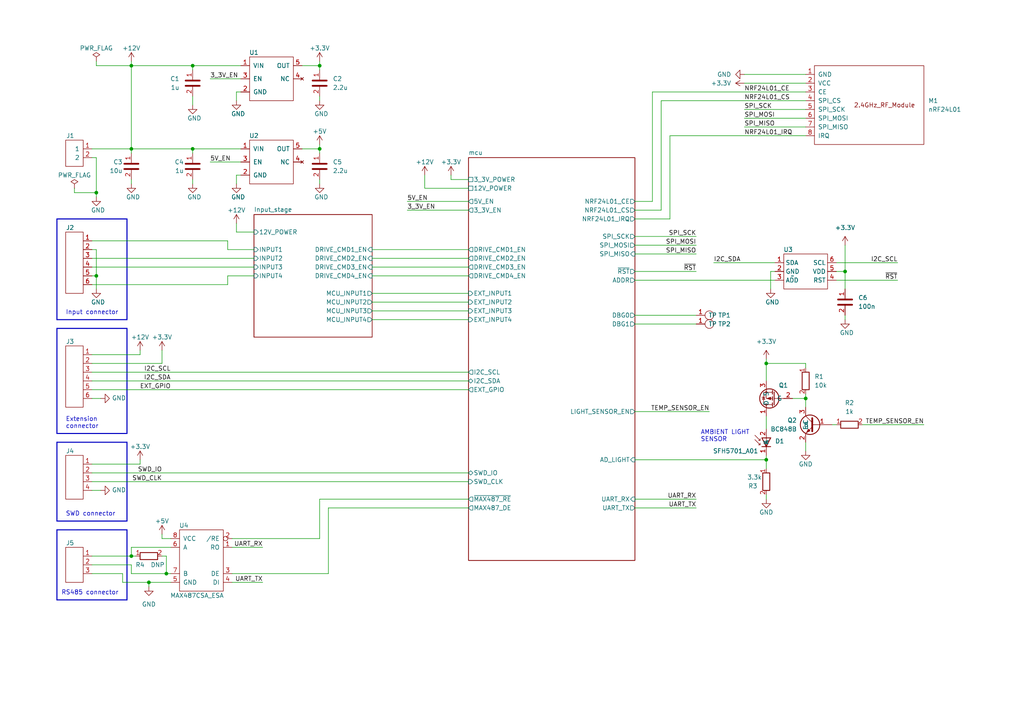
<source format=kicad_sch>
(kicad_sch (version 20230121) (generator eeschema)
  (paper "A4")
  (title_block (title "Home automation module") (date "2024-03-24") (rev "1.0") (company "stf.labs"))
  (lib_symbols
    (symbol "p_Driver_IC:MAX487CSA_ESA" (pin_names (offset 1.016))
      (property "Reference" "U" (at -5.08 10.16 0))
      (property "Value" "MAX487CSA_ESA" (at 0 -10.16 0))
      (symbol "MAX487CSA_ESA_0_1"
        (rectangle (start -6.35 8.89) (end 6.35 -8.89))
      )
      (symbol "MAX487CSA_ESA_1_1"
        (pin output line (at -8.89 3.81 0) (length 2.54) (name "RO") (number "1"))
        (pin input inverted (at -8.89 6.35 0) (length 2.54) (name "/RE") (number "2"))
        (pin input line (at -8.89 -3.81 0) (length 2.54) (name "DE") (number "3"))
        (pin input line (at -8.89 -6.35 0) (length 2.54) (name "DI") (number "4"))
        (pin passive line (at 8.89 -6.35 180) (length 2.54) (name "GND") (number "5"))
        (pin bidirectional line (at 8.89 3.81 180) (length 2.54) (name "A") (number "6"))
        (pin bidirectional line (at 8.89 -3.81 180) (length 2.54) (name "B") (number "7"))
        (pin power_in line (at 8.89 6.35 180) (length 2.54) (name "VCC") (number "8"))
      )
    )
    (symbol "p_Misc:Conn_HE13_1x2_2.54V" (pin_names (offset 1.016))
      (property "Reference" "J" (at 2.54 5.08 0))
      (property "Value" "Conn_HE13_1x2_2.54V" (at 2.54 -6.35 0))
      (symbol "Conn_HE13_1x2_2.54V_1_1"
        (rectangle (start 0 3.81) (end 5.08 -3.81))
        (pin passive line (at -2.54 1.27 0) (length 2.54) (name "1") (number "1"))
        (pin passive line (at -2.54 -1.27 0) (length 2.54) (name "2") (number "2"))
      )
    )
    (symbol "p_Misc:Conn_HE13_1x3_2.54V" (pin_names (offset 1.016) hide)
      (property "Reference" "J" (at 2.54 6.35 0))
      (property "Value" "Conn_HE13_1x3_2.54V" (at 2.54 -7.62 0))
      (symbol "Conn_HE13_1x3_2.54V_0_1"
        (rectangle (start 0 5.08) (end 5.08 -5.08))
      )
      (symbol "Conn_HE13_1x3_2.54V_1_1"
        (pin passive line (at -2.54 2.54 0) (length 2.54) (name "1") (number "1"))
        (pin passive line (at -2.54 0 0) (length 2.54) (name "2") (number "2"))
        (pin passive line (at -2.54 -2.54 0) (length 2.54) (name "3") (number "3"))
      )
    )
    (symbol "p_Misc:Conn_HE13_1x4_2.54H" (pin_names (offset 1.016) hide)
      (property "Reference" "J" (at 2.54 7.62 0))
      (property "Value" "Conn_HE13_1x4_2.54H" (at 1.27 -8.89 0))
      (symbol "Conn_HE13_1x4_2.54H_0_1"
        (rectangle (start 0 6.35) (end 5.08 -6.35))
      )
      (symbol "Conn_HE13_1x4_2.54H_1_1"
        (pin passive line (at -2.54 3.81 0) (length 2.54) (name "1") (number "1"))
        (pin passive line (at -2.54 1.27 0) (length 2.54) (name "2") (number "2"))
        (pin passive line (at -2.54 -1.27 0) (length 2.54) (name "3") (number "3"))
        (pin passive line (at -2.54 -3.81 0) (length 2.54) (name "4") (number "4"))
      )
    )
    (symbol "p_Misc:Conn_HE13_1x6_2.54H" (pin_names (offset 1.016) hide)
      (property "Reference" "J" (at 5.08 3.81 0))
      (property "Value" "Conn_HE13_1x6_2.54H" (at 6.35 -17.78 0))
      (symbol "Conn_HE13_1x6_2.54H_0_1"
        (rectangle (start 2.54 2.54) (end 7.62 -15.24))
      )
      (symbol "Conn_HE13_1x6_2.54H_1_1"
        (pin passive line (at 0 0 0) (length 2.54) (name "1") (number "1"))
        (pin passive line (at 0 -2.54 0) (length 2.54) (name "2") (number "2"))
        (pin passive line (at 0 -5.08 0) (length 2.54) (name "3") (number "3"))
        (pin passive line (at 0 -7.62 0) (length 2.54) (name "4") (number "4"))
        (pin passive line (at 0 -10.16 0) (length 2.54) (name "5") (number "5"))
        (pin passive line (at 0 -12.7 0) (length 2.54) (name "6") (number "6"))
      )
    )
    (symbol "p_Misc:test_point_th" (pin_names (offset 1.016))
      (property "Reference" "TP" (at -1.27 2.54 0))
      (property "Value" "test_point_th" (at -1.27 -2.54 0))
      (symbol "test_point_th_0_1"
        (circle (center -1.27 0) (radius 1.27))
      )
      (symbol "test_point_th_1_1"
        (pin passive line (at 2.54 0 180) (length 2.54) (name "TP") (number "1"))
      )
    )
    (symbol "p_Modules:nRF24L01" (pin_names (offset 1.016))
      (property "Reference" "M" (at 3.81 3.81 0))
      (property "Value" "nRF24L01" (at 29.21 3.81 0))
      (symbol "nRF24L01_0_0"
        (text "2.4GHz_RF_Module" (at 22.86 -8.89 0) (effects (font (size 1.27 1.27))))
      )
      (symbol "nRF24L01_0_1"
        (rectangle (start 2.54 2.54) (end 34.29 -20.32))
      )
      (symbol "nRF24L01_1_1"
        (pin passive line (at 0 0 0) (length 2.54) (name "GND") (number "1"))
        (pin power_in line (at 0 -2.54 0) (length 2.54) (name "VCC") (number "2"))
        (pin input line (at 0 -5.08 0) (length 2.54) (name "CE") (number "3"))
        (pin input line (at 0 -7.62 0) (length 2.54) (name "SPI_CS") (number "4"))
        (pin input line (at 0 -10.16 0) (length 2.54) (name "SPI_SCK") (number "5"))
        (pin input line (at 0 -12.7 0) (length 2.54) (name "SPI_MOSI") (number "6"))
        (pin output line (at 0 -15.24 0) (length 2.54) (name "SPI_MISO") (number "7"))
        (pin output line (at 0 -17.78 0) (length 2.54) (name "IRQ") (number "8"))
      )
    )
    (symbol "p_Passive:C_0603" (pin_names (offset 0) hide)
      (property "Reference" "C" (at 0 0 0))
      (property "Value" "C_0603" (at 0 0 0))
      (symbol "C_0603_1_1"
        (polyline (pts (xy -2.032 -0.762) (xy 2.032 -0.762)) (stroke (width 0.508)))
        (polyline (pts (xy -2.032 0.762) (xy 2.032 0.762)) (stroke (width 0.508)))
        (pin passive line (at 0 3.81 270) (length 2.794) (name "~") (number "1"))
        (pin passive line (at 0 -3.81 90) (length 2.794) (name "~") (number "2"))
      )
    )
    (symbol "p_Passive:C_1206" (pin_names (offset 0) hide)
      (property "Reference" "C" (at 0 0 0))
      (property "Value" "C_1206" (at 0 0 0))
      (symbol "C_1206_1_1"
        (polyline (pts (xy -2.032 -0.762) (xy 2.032 -0.762)) (stroke (width 0.508)))
        (polyline (pts (xy -2.032 0.762) (xy 2.032 0.762)) (stroke (width 0.508)))
        (pin passive line (at 0 3.81 270) (length 2.794) (name "~") (number "1"))
        (pin passive line (at 0 -3.81 90) (length 2.794) (name "~") (number "2"))
      )
    )
    (symbol "p_Passive:R_0603" (pin_names (offset 0) hide)
      (property "Reference" "R" (at 0 0 0))
      (property "Value" "R_0603" (at 0 0 0))
      (symbol "R_0603_1_1"
        (rectangle (start -1.016 -2.54) (end 1.016 2.54) (stroke (width 0.254)))
        (pin passive line (at 0 3.81 270) (length 1.27) (name "~") (number "1"))
        (pin passive line (at 0 -3.81 90) (length 1.27) (name "~") (number "2"))
      )
    )
    (symbol "p_Power_Supply:TPS709xx" (pin_names (offset 1.016))
      (property "Reference" "U" (at -6.35 7.62 0))
      (property "Value" "TPS709xx" (at 2.54 7.62 0))
      (symbol "TPS709xx_0_1"
        (rectangle (start -6.35 6.35) (end 6.35 -6.35))
      )
      (symbol "TPS709xx_1_1"
        (pin power_in line (at -8.89 3.81 0) (length 2.54) (name "VIN") (number "1"))
        (pin passive line (at -8.89 -3.81 0) (length 2.54) (name "GND") (number "2"))
        (pin input line (at -8.89 0 0) (length 2.54) (name "EN") (number "3"))
        (pin no_connect line (at 8.89 0 180) (length 2.54) (name "NC") (number "4"))
        (pin power_out line (at 8.89 3.81 180) (length 2.54) (name "OUT") (number "5"))
      )
    )
    (symbol "p_Sensor:HTU31D"
      (property "Reference" "U" (at -5.08 7.62 0))
      (symbol "HTU31D_0_1"
        (rectangle (start -6.35 6.35) (end 6.35 -3.81))
      )
      (symbol "HTU31D_1_1"
        (pin bidirectional line (at -8.89 3.81 0) (length 2.54) (name "SDA") (number "1"))
        (pin passive line (at -8.89 1.27 0) (length 2.54) (name "GND") (number "2"))
        (pin input line (at -8.89 -1.27 0) (length 2.54) (name "ADD") (number "3"))
        (pin input line (at 8.89 -1.27 180) (length 2.54) (name "RST") (number "4"))
        (pin power_in line (at 8.89 1.27 180) (length 2.54) (name "VDD") (number "5"))
        (pin input line (at 8.89 3.81 180) (length 2.54) (name "SCL") (number "6"))
      )
    )
    (symbol "p_Sensor:SFH5701_A01"
      (property "Reference" "D" (at -2.54 3.81 0))
      (symbol "SFH5701_A01_0_1"
        (polyline (pts (xy -1.27 1.27) (xy -1.27 -1.27)) (stroke (width 0.254)))
        (polyline (pts (xy -0.762 1.778) (xy -0.254 1.778)))
        (polyline (pts (xy 1.27 0) (xy -1.27 0)))
        (polyline (pts (xy 0.762 3.302) (xy -0.762 1.778) (xy -0.762 2.286)))
        (polyline (pts (xy 1.27 -1.27) (xy 1.27 1.27) (xy -1.27 0) (xy 1.27 -1.27)) (stroke (width 0.254)))
        (polyline (pts (xy 2.032 3.302) (xy 0.508 1.778) (xy 0.508 2.286) (xy 0.508 1.778) (xy 1.016 1.778)))
      )
      (symbol "SFH5701_A01_1_1"
        (pin passive line (at -3.81 0 0) (length 2.54) (name "K") (number "1"))
        (pin passive line (at 3.81 0 180) (length 2.54) (name "A") (number "2"))
      )
    )
    (symbol "p_Transistor_FET:BSS315PH6327XTSA1"
      (property "Reference" "Q" (at 3.81 3.81 0))
      (property "Value" "BSS315PH6327XTSA1" (at 11.43 -3.81 0))
      (property "Sim.Name" "BSS314PE" (at 0 0 0))
      (property "Sim.Device" "SUBCKT" (at 0 0 0))
      (property "Sim.Pins" "1=drain 2=gate 3=source" (at 0 0 0))
      (symbol "BSS315PH6327XTSA1_0_1"
        (circle (center -0.889 0) (radius 2.794) (stroke (width 0.254)))
        (circle (center 0 -1.778) (radius 0.254) (fill (type outline)))
        (polyline (pts (xy -2.286 0) (xy -5.08 0)))
        (polyline (pts (xy -2.286 1.905) (xy -2.286 -1.905)) (stroke (width 0.254)))
        (polyline (pts (xy -1.778 -1.27) (xy -1.778 -2.286)) (stroke (width 0.254)))
        (polyline (pts (xy -1.778 0.508) (xy -1.778 -0.508)) (stroke (width 0.254)))
        (polyline (pts (xy -1.778 2.286) (xy -1.778 1.27)) (stroke (width 0.254)))
        (polyline (pts (xy 0 2.54) (xy 0 1.778)))
        (polyline (pts (xy 0 -2.54) (xy 0 0) (xy -1.778 0)))
        (polyline (pts (xy -1.778 1.778) (xy 0.762 1.778) (xy 0.762 -1.778) (xy -1.778 -1.778)))
        (polyline (pts (xy -0.254 0) (xy -1.27 0.381) (xy -1.27 -0.381) (xy -0.254 0)) (fill (type outline)))
        (polyline (pts (xy 0.254 -0.508) (xy 0.381 -0.381) (xy 1.143 -0.381) (xy 1.27 -0.254)))
        (polyline (pts (xy 0.762 -0.381) (xy 0.381 0.254) (xy 1.143 0.254) (xy 0.762 -0.381)))
        (circle (center 0 1.778) (radius 0.254) (fill (type outline)))
      )
      (symbol "BSS315PH6327XTSA1_1_1"
        (pin passive line (at 0 5.08 270) (length 2.54) (name "D") (number "1"))
        (pin input line (at -7.62 0 0) (length 2.54) (name "G") (number "2"))
        (pin passive line (at 0 -5.08 90) (length 2.54) (name "S") (number "3"))
      )
    )
    (symbol "p_Transistor_bipolar:BC848B" (pin_names (offset 1.016))
      (property "Reference" "Q" (at 0 -7.62 0))
      (property "Value" "BC848B" (at -5.08 -6.35 0))
      (symbol "BC848B_1_1"
        (circle (center -1.27 0) (radius 2.8194) (stroke (width 0.254)))
        (polyline (pts (xy -1.905 0.635) (xy 0 2.54)))
        (polyline (pts (xy -1.905 -0.635) (xy 0 -2.54) (xy 0 -2.54)))
        (polyline (pts (xy -1.905 1.905) (xy -1.905 -1.905) (xy -1.905 -1.905)) (stroke (width 0.508)))
        (polyline (pts (xy -1.27 -1.778) (xy -0.762 -1.27) (xy -0.254 -2.286) (xy -1.27 -1.778) (xy -1.27 -1.778)) (fill (type outline)))
        (pin passive line (at -7.62 0 0) (length 5.715) (name "B") (number "1"))
        (pin passive line (at 0 -5.08 90) (length 2.54) (name "E") (number "2"))
        (pin passive line (at 0 5.08 270) (length 2.54) (name "C") (number "3"))
      )
    )
    (symbol "power:+12V" (power) (pin_names (offset 0))
      (property "Value" "+12V" (at 0 3.556 0))
      (symbol "+12V_0_1"
        (polyline (pts (xy -0.762 1.27) (xy 0 2.54)))
        (polyline (pts (xy 0 0) (xy 0 2.54)))
        (polyline (pts (xy 0 2.54) (xy 0.762 1.27)))
      )
      (symbol "+12V_1_1"
        (pin power_in line (at 0 0 90) (length 0) hide (name "+12V") (number "1"))
      )
    )
    (symbol "power:+3.3V" (power) (pin_names (offset 0))
      (property "Value" "+3.3V" (at 0 3.556 0))
      (symbol "+3.3V_0_1"
        (polyline (pts (xy -0.762 1.27) (xy 0 2.54)))
        (polyline (pts (xy 0 0) (xy 0 2.54)))
        (polyline (pts (xy 0 2.54) (xy 0.762 1.27)))
      )
      (symbol "+3.3V_1_1"
        (pin power_in line (at 0 0 90) (length 0) hide (name "+3.3V") (number "1"))
      )
    )
    (symbol "power:+5V" (power) (pin_names (offset 0))
      (property "Value" "+5V" (at 0 3.556 0))
      (symbol "+5V_0_1"
        (polyline (pts (xy -0.762 1.27) (xy 0 2.54)))
        (polyline (pts (xy 0 0) (xy 0 2.54)))
        (polyline (pts (xy 0 2.54) (xy 0.762 1.27)))
      )
      (symbol "+5V_1_1"
        (pin power_in line (at 0 0 90) (length 0) hide (name "+5V") (number "1"))
      )
    )
    (symbol "power:GND" (power) (pin_names (offset 0))
      (property "Value" "GND" (at 0 -3.81 0))
      (symbol "GND_0_1"
        (polyline (pts (xy 0 0) (xy 0 -1.27) (xy 1.27 -1.27) (xy 0 -2.54) (xy -1.27 -1.27) (xy 0 -1.27)))
      )
      (symbol "GND_1_1"
        (pin power_in line (at 0 0 270) (length 0) hide (name "GND") (number "1"))
      )
    )
    (symbol "power:PWR_FLAG" (power) (pin_numbers hide) (pin_names (offset 0) hide)
      (property "Value" "PWR_FLAG" (at 0 3.81 0))
      (symbol "PWR_FLAG_0_0"
        (pin power_out line (at 0 0 90) (length 0) (name "pwr") (number "1"))
      )
      (symbol "PWR_FLAG_0_1"
        (polyline (pts (xy 0 0) (xy 0 1.27) (xy -1.016 1.905) (xy 0 2.54) (xy 1.016 1.905) (xy 0 1.27)))
      )
    )
  )
  (junction (at 38.1 43.18))
  (junction (at 48.26 166.37))
  (junction (at 92.71 43.18))
  (junction (at 233.68 115.57))
  (junction (at 245.11 78.74))
  (junction (at 38.1 19.05))
  (junction (at 55.88 19.05))
  (junction (at 55.88 43.18))
  (junction (at 222.25 133.35))
  (junction (at 43.18 168.91))
  (junction (at 27.94 55.88))
  (junction (at 27.94 80.01))
  (junction (at 222.25 105.41))
  (junction (at 92.71 19.05))
  (junction (at 38.1 161.29))
  (wire (pts (xy 38.1 52.07) (xy 38.1 53.34)))
  (wire (pts (xy 92.71 43.18) (xy 92.71 44.45)))
  (wire (pts (xy 38.1 166.37) (xy 48.26 166.37)))
  (wire (pts (xy 68.58 67.31) (xy 68.58 64.77)))
  (wire (pts (xy 191.77 29.21) (xy 191.77 60.96)))
  (wire (pts (xy 191.77 60.96) (xy 184.15 60.96)))
  (wire (pts (xy 215.9 31.75) (xy 233.68 31.75)))
  (wire (pts (xy 245.11 71.12) (xy 245.11 78.74)))
  (wire (pts (xy 107.95 90.17) (xy 135.89 90.17)))
  (wire (pts (xy 233.68 106.68) (xy 233.68 105.41)))
  (wire (pts (xy 38.1 43.18) (xy 55.88 43.18)))
  (wire (pts (xy 107.95 80.01) (xy 135.89 80.01)))
  (wire (pts (xy 92.71 19.05) (xy 92.71 20.32)))
  (wire (pts (xy 118.11 60.96) (xy 135.89 60.96)))
  (wire (pts (xy 184.15 119.38) (xy 205.74 119.38)))
  (wire (pts (xy 222.25 143.51) (xy 222.25 144.78)))
  (wire (pts (xy 67.31 166.37) (xy 95.25 166.37)))
  (wire (pts (xy 26.67 80.01) (xy 27.94 80.01)))
  (wire (pts (xy 233.68 128.27) (xy 233.68 130.81)))
  (wire (pts (xy 55.88 43.18) (xy 69.85 43.18)))
  (wire (pts (xy 46.99 161.29) (xy 48.26 161.29)))
  (wire (pts (xy 26.67 72.39) (xy 27.94 72.39)))
  (wire (pts (xy 26.67 142.24) (xy 29.21 142.24)))
  (wire (pts (xy 245.11 78.74) (xy 245.11 83.82)))
  (wire (pts (xy 123.19 50.8) (xy 123.19 54.61)))
  (polyline (pts (xy 36.83 63.5) (xy 16.51 63.5)) (stroke (width 0.3048)))
  (wire (pts (xy 107.95 74.93) (xy 135.89 74.93)))
  (wire (pts (xy 66.04 82.55) (xy 26.67 82.55)))
  (wire (pts (xy 92.71 52.07) (xy 92.71 53.34)))
  (wire (pts (xy 46.99 101.6) (xy 46.99 105.41)))
  (wire (pts (xy 26.67 113.03) (xy 135.89 113.03)))
  (wire (pts (xy 43.18 168.91) (xy 49.53 168.91)))
  (wire (pts (xy 66.04 80.01) (xy 66.04 82.55)))
  (wire (pts (xy 55.88 19.05) (xy 55.88 20.32)))
  (wire (pts (xy 27.94 45.72) (xy 27.94 55.88)))
  (polyline (pts (xy 36.83 128.27) (xy 36.83 151.13)) (stroke (width 0.3048)))
  (wire (pts (xy 201.93 71.12) (xy 184.15 71.12)))
  (wire (pts (xy 68.58 53.34) (xy 68.58 50.8)))
  (polyline (pts (xy 36.83 153.67) (xy 36.83 173.99)) (stroke (width 0.3048)))
  (wire (pts (xy 21.59 55.88) (xy 27.94 55.88)))
  (wire (pts (xy 242.57 81.28) (xy 260.35 81.28)))
  (wire (pts (xy 201.93 91.44) (xy 184.15 91.44)))
  (wire (pts (xy 215.9 21.59) (xy 233.68 21.59)))
  (wire (pts (xy 222.25 105.41) (xy 222.25 110.49)))
  (wire (pts (xy 38.1 163.83) (xy 38.1 166.37)))
  (wire (pts (xy 26.67 115.57) (xy 29.21 115.57)))
  (wire (pts (xy 26.67 102.87) (xy 40.64 102.87)))
  (wire (pts (xy 107.95 85.09) (xy 135.89 85.09)))
  (polyline (pts (xy 16.51 92.71) (xy 36.83 92.71)) (stroke (width 0.3048)))
  (polyline (pts (xy 36.83 63.5) (xy 36.83 92.71)) (stroke (width 0.3048)))
  (wire (pts (xy 107.95 87.63) (xy 135.89 87.63)))
  (wire (pts (xy 107.95 72.39) (xy 135.89 72.39)))
  (polyline (pts (xy 16.51 173.99) (xy 36.83 173.99)) (stroke (width 0.3048)))
  (wire (pts (xy 26.67 137.16) (xy 135.89 137.16)))
  (wire (pts (xy 107.95 92.71) (xy 135.89 92.71)))
  (wire (pts (xy 215.9 34.29) (xy 233.68 34.29)))
  (wire (pts (xy 55.88 44.45) (xy 55.88 43.18)))
  (wire (pts (xy 68.58 50.8) (xy 69.85 50.8)))
  (wire (pts (xy 194.31 39.37) (xy 233.68 39.37)))
  (wire (pts (xy 135.89 144.78) (xy 92.71 144.78)))
  (wire (pts (xy 66.04 72.39) (xy 73.66 72.39)))
  (wire (pts (xy 66.04 72.39) (xy 66.04 69.85)))
  (polyline (pts (xy 36.83 95.25) (xy 16.51 95.25)) (stroke (width 0.3048)))
  (wire (pts (xy 87.63 19.05) (xy 92.71 19.05)))
  (wire (pts (xy 184.15 81.28) (xy 224.79 81.28)))
  (wire (pts (xy 184.15 78.74) (xy 201.93 78.74)))
  (wire (pts (xy 201.93 147.32) (xy 184.15 147.32)))
  (wire (pts (xy 76.2 168.91) (xy 67.31 168.91)))
  (wire (pts (xy 207.01 76.2) (xy 224.79 76.2)))
  (wire (pts (xy 222.25 133.35) (xy 222.25 135.89)))
  (wire (pts (xy 184.15 133.35) (xy 222.25 133.35)))
  (wire (pts (xy 233.68 114.3) (xy 233.68 115.57)))
  (wire (pts (xy 201.93 73.66) (xy 184.15 73.66)))
  (wire (pts (xy 43.18 168.91) (xy 43.18 170.18)))
  (wire (pts (xy 68.58 26.67) (xy 69.85 26.67)))
  (polyline (pts (xy 16.51 153.67) (xy 16.51 173.99)) (stroke (width 0.3048)))
  (wire (pts (xy 184.15 58.42) (xy 189.23 58.42)))
  (wire (pts (xy 118.11 58.42) (xy 135.89 58.42)))
  (polyline (pts (xy 16.51 125.73) (xy 36.83 125.73)) (stroke (width 0.3048)))
  (wire (pts (xy 46.99 156.21) (xy 49.53 156.21)))
  (wire (pts (xy 242.57 78.74) (xy 245.11 78.74)))
  (wire (pts (xy 68.58 26.67) (xy 68.58 29.21)))
  (wire (pts (xy 38.1 158.75) (xy 49.53 158.75)))
  (wire (pts (xy 92.71 27.94) (xy 92.71 29.21)))
  (wire (pts (xy 215.9 36.83) (xy 233.68 36.83)))
  (wire (pts (xy 40.64 133.35) (xy 40.64 134.62)))
  (wire (pts (xy 60.96 22.86) (xy 69.85 22.86)))
  (wire (pts (xy 107.95 77.47) (xy 135.89 77.47)))
  (wire (pts (xy 201.93 144.78) (xy 184.15 144.78)))
  (wire (pts (xy 26.67 107.95) (xy 135.89 107.95)))
  (wire (pts (xy 233.68 115.57) (xy 229.87 115.57)))
  (wire (pts (xy 73.66 67.31) (xy 68.58 67.31)))
  (wire (pts (xy 35.56 168.91) (xy 43.18 168.91)))
  (wire (pts (xy 26.67 45.72) (xy 27.94 45.72)))
  (wire (pts (xy 27.94 19.05) (xy 27.94 17.78)))
  (wire (pts (xy 76.2 158.75) (xy 67.31 158.75)))
  (wire (pts (xy 194.31 63.5) (xy 194.31 39.37)))
  (wire (pts (xy 26.67 77.47) (xy 73.66 77.47)))
  (wire (pts (xy 123.19 54.61) (xy 135.89 54.61)))
  (wire (pts (xy 55.88 27.94) (xy 55.88 30.48)))
  (polyline (pts (xy 16.51 95.25) (xy 16.51 125.73)) (stroke (width 0.3048)))
  (wire (pts (xy 267.97 123.19) (xy 250.19 123.19)))
  (wire (pts (xy 27.94 72.39) (xy 27.94 80.01)))
  (wire (pts (xy 223.52 78.74) (xy 223.52 83.82)))
  (wire (pts (xy 215.9 24.13) (xy 233.68 24.13)))
  (wire (pts (xy 233.68 115.57) (xy 233.68 118.11)))
  (wire (pts (xy 26.67 69.85) (xy 66.04 69.85)))
  (wire (pts (xy 21.59 54.61) (xy 21.59 55.88)))
  (polyline (pts (xy 36.83 153.67) (xy 16.51 153.67)) (stroke (width 0.3048)))
  (wire (pts (xy 26.67 74.93) (xy 73.66 74.93)))
  (wire (pts (xy 38.1 161.29) (xy 26.67 161.29)))
  (wire (pts (xy 35.56 166.37) (xy 35.56 168.91)))
  (wire (pts (xy 201.93 68.58) (xy 184.15 68.58)))
  (wire (pts (xy 46.99 154.94) (xy 46.99 156.21)))
  (wire (pts (xy 38.1 19.05) (xy 55.88 19.05)))
  (wire (pts (xy 222.25 120.65) (xy 222.25 124.46)))
  (wire (pts (xy 26.67 166.37) (xy 35.56 166.37)))
  (wire (pts (xy 26.67 105.41) (xy 46.99 105.41)))
  (polyline (pts (xy 36.83 95.25) (xy 36.83 125.73)) (stroke (width 0.3048)))
  (wire (pts (xy 67.31 156.21) (xy 92.71 156.21)))
  (wire (pts (xy 38.1 19.05) (xy 27.94 19.05)))
  (wire (pts (xy 27.94 80.01) (xy 27.94 83.82)))
  (wire (pts (xy 38.1 161.29) (xy 39.37 161.29)))
  (wire (pts (xy 40.64 134.62) (xy 26.67 134.62)))
  (wire (pts (xy 95.25 166.37) (xy 95.25 147.32)))
  (wire (pts (xy 189.23 26.67) (xy 233.68 26.67)))
  (wire (pts (xy 27.94 55.88) (xy 27.94 57.15)))
  (polyline (pts (xy 16.51 63.5) (xy 16.51 92.71)) (stroke (width 0.3048)))
  (wire (pts (xy 26.67 163.83) (xy 38.1 163.83)))
  (wire (pts (xy 38.1 161.29) (xy 38.1 158.75)))
  (polyline (pts (xy 36.83 128.27) (xy 16.51 128.27)) (stroke (width 0.3048)))
  (wire (pts (xy 48.26 161.29) (xy 48.26 166.37)))
  (wire (pts (xy 189.23 58.42) (xy 189.23 26.67)))
  (wire (pts (xy 201.93 93.98) (xy 184.15 93.98)))
  (wire (pts (xy 130.81 50.8) (xy 130.81 52.07)))
  (wire (pts (xy 38.1 17.78) (xy 38.1 19.05)))
  (wire (pts (xy 92.71 17.78) (xy 92.71 19.05)))
  (wire (pts (xy 92.71 144.78) (xy 92.71 156.21)))
  (wire (pts (xy 60.96 46.99) (xy 69.85 46.99)))
  (wire (pts (xy 224.79 78.74) (xy 223.52 78.74)))
  (wire (pts (xy 184.15 63.5) (xy 194.31 63.5)))
  (wire (pts (xy 55.88 19.05) (xy 69.85 19.05)))
  (wire (pts (xy 26.67 110.49) (xy 135.89 110.49)))
  (wire (pts (xy 73.66 80.01) (xy 66.04 80.01)))
  (wire (pts (xy 130.81 52.07) (xy 135.89 52.07)))
  (wire (pts (xy 92.71 41.91) (xy 92.71 43.18)))
  (wire (pts (xy 40.64 102.87) (xy 40.64 101.6)))
  (wire (pts (xy 241.3 123.19) (xy 242.57 123.19)))
  (wire (pts (xy 38.1 19.05) (xy 38.1 43.18)))
  (wire (pts (xy 260.35 76.2) (xy 242.57 76.2)))
  (wire (pts (xy 87.63 43.18) (xy 92.71 43.18)))
  (wire (pts (xy 233.68 105.41) (xy 222.25 105.41)))
  (wire (pts (xy 222.25 132.08) (xy 222.25 133.35)))
  (wire (pts (xy 191.77 29.21) (xy 233.68 29.21)))
  (polyline (pts (xy 16.51 151.13) (xy 36.83 151.13)) (stroke (width 0.3048)))
  (wire (pts (xy 26.67 139.7) (xy 135.89 139.7)))
  (wire (pts (xy 48.26 166.37) (xy 49.53 166.37)))
  (wire (pts (xy 55.88 52.07) (xy 55.88 53.34)))
  (polyline (pts (xy 16.51 128.27) (xy 16.51 151.13)) (stroke (width 0.3048)))
  (wire (pts (xy 222.25 104.14) (xy 222.25 105.41)))
  (wire (pts (xy 95.25 147.32) (xy 135.89 147.32)))
  (wire (pts (xy 26.67 43.18) (xy 38.1 43.18)))
  (wire (pts (xy 38.1 43.18) (xy 38.1 44.45)))
  (wire (pts (xy 245.11 91.44) (xy 245.11 92.71)))
  (text "Extension\nconnector" (at 19.05 124.46 0) (effects (font (size 1.27 1.27)) (justify left bottom)))
  (text "AMBIENT LIGHT\nSENSOR" (at 203.2 128.27 0) (effects (font (size 1.27 1.27)) (justify left bottom)))
  (text "Input connector" (at 19.05 91.44 0) (effects (font (size 1.27 1.27)) (justify left bottom)))
  (text "SWD connector" (at 19.05 149.86 0) (effects (font (size 1.27 1.27)) (justify left bottom)))
  (text "RS485 connector" (at 17.78 172.72 0) (effects (font (size 1.27 1.27)) (justify left bottom)))
  (label "UART_RX" (at 201.93 144.78 180))
  (label "UART_RX" (at 76.2 158.75 180))
  (label "I2C_SCL" (at 49.53 107.95 180))
  (label "5V_EN" (at 60.96 46.99 0))
  (label "NRF24L01_IRQ" (at 215.9 39.37 0))
  (label "3_3V_EN" (at 60.96 22.86 0))
  (label "TEMP_SENSOR_EN" (at 267.97 123.19 180))
  (label "SPI_MISO" (at 215.9 36.83 0))
  (label "~{RST}" (at 201.93 78.74 180))
  (label "5V_EN" (at 118.11 58.42 0))
  (label "SWD_IO" (at 46.99 137.16 180))
  (label "SWD_CLK" (at 46.99 139.7 180))
  (label "I2C_SDA" (at 207.01 76.2 0))
  (label "3_3V_EN" (at 118.11 60.96 0))
  (label "~{RST}" (at 260.35 81.28 180))
  (label "TEMP_SENSOR_EN" (at 205.74 119.38 180))
  (label "I2C_SDA" (at 49.53 110.49 180))
  (label "SPI_SCK" (at 215.9 31.75 0))
  (label "NRF24L01_CE" (at 215.9 26.67 0))
  (label "UART_TX" (at 201.93 147.32 180))
  (label "EXT_GPIO" (at 49.53 113.03 180))
  (label "SPI_SCK" (at 201.93 68.58 180))
  (label "NRF24L01_CS" (at 215.9 29.21 0))
  (label "SPI_MISO" (at 201.93 73.66 180))
  (label "I2C_SCL" (at 260.35 76.2 180))
  (label "SPI_MOSI" (at 201.93 71.12 180))
  (label "UART_TX" (at 76.2 168.91 180))
  (label "SPI_MOSI" (at 215.9 34.29 0))
  (symbol (lib_id "p_Misc:Conn_HE13_1x4_2.54H") (at 24.13 138.43 0) (mirror y) (unit 1)
    (property "Reference" "J4" (at 20.32 130.81 0))
    (property "Value" "Conn_HE13_1x4_2.54H" (effects hide))
    (property "Footprint" "p_Package_Misc:PinHeader_1x04_P2.54mm_Horizontal" (effects hide))
  )
  (symbol (lib_id "power:+5V") (at 92.71 41.91 0) (unit 1)
    (property "Reference" "#PWR08" (effects hide))
    (property "Value" "+5V" (at 92.71 38.1 0))
  )
  (symbol (lib_id "p_Misc:test_point_th") (at 204.47 91.44 180) (unit 1)
    (property "Reference" "TP1" (at 208.28 91.44 0) (effects (justify right)))
    (property "Value" "test_point_th" (effects hide))
    (property "Footprint" "p_Package_Misc:TP_TH_2.54mm" (effects hide))
  )
  (symbol (lib_id "p_Power_Supply:TPS709xx") (at 78.74 22.86 0) (unit 1)
    (property "Reference" "U1" (at 73.66 15.24 0))
    (property "Value" "TPS70933DBV" (effects hide))
    (property "Footprint" "p_Package_SOT:SOT-23-5" (effects hide))
  )
  (symbol (lib_id "p_Misc:Conn_HE13_1x6_2.54H") (at 26.67 102.87 0) (mirror y) (unit 1)
    (property "Reference" "J3" (at 20.32 99.06 0))
    (property "Value" "Conn_HE13_1x6_2.54H" (effects hide))
    (property "Footprint" "p_Package_Misc:PinHeader_1x06_P2.54mm_Horizontal" (effects hide))
  )
  (symbol (lib_id "p_Passive:R_0603") (at 43.18 161.29 90) (unit 1)
    (property "Reference" "R4" (at 40.64 163.83 90))
    (property "Value" "DNP" (at 45.72 163.83 90))
    (property "Footprint" "p_Package_Resistor_SMD:R_0603_1608Metric_Pad0.98x0.95mm_HandSolder" (effects hide))
  )
  (symbol (lib_id "p_Passive:C_0603") (at 92.71 24.13 0) (unit 1)
    (property "Reference" "C2" (at 96.52 22.86 0) (effects (justify left)))
    (property "Value" "2.2u" (at 96.52 25.4 0) (effects (justify left)))
    (property "Footprint" "p_Package_Capacitor_SMD:C_0603_1608Metric_Pad1.08x0.95mm_HandSolder" (effects hide))
  )
  (symbol (lib_id "power:GND") (at 92.71 29.21 0) (unit 1)
    (property "Reference" "#PWR06" (effects hide))
    (property "Value" "GND" (at 95.25 33.02 0) (effects (justify right)))
  )
  (symbol (lib_id "p_Passive:C_0603") (at 55.88 48.26 0) (mirror y) (unit 1)
    (property "Reference" "C4" (at 53.34 46.99 0) (effects (justify left)))
    (property "Value" "1u" (at 53.34 49.53 0) (effects (justify left)))
    (property "Footprint" "p_Package_Capacitor_SMD:C_0603_1608Metric_Pad1.08x0.95mm_HandSolder" (effects hide))
  )
  (symbol (lib_id "power:GND") (at 223.52 83.82 0) (unit 1)
    (property "Reference" "#PWR019" (effects hide))
    (property "Value" "GND" (at 226.06 87.63 0) (effects (justify right)))
  )
  (symbol (lib_id "power:+12V") (at 123.19 50.8 0) (unit 1)
    (property "Reference" "#PWR010" (effects hide))
    (property "Value" "+12V" (at 123.19 46.99 0))
  )
  (symbol (lib_id "p_Driver_IC:MAX487CSA_ESA") (at 58.42 162.56 0) (mirror y) (unit 1)
    (property "Reference" "U4" (at 53.34 152.4 0))
    (property "Value" "MAX487CSA_ESA" (at 57.15 172.72 0))
    (property "Footprint" "p_Package_SO:SOIC-8_3.9x4.9mm_P1.27mm" (effects hide))
    (property "Datasheet" "${KI_PERSO_COMPLIB}/datasheets/p_Driver_IC/MAX488.pdf" (effects hide))
  )
  (symbol (lib_id "power:GND") (at 38.1 53.34 0) (unit 1)
    (property "Reference" "#PWR012" (effects hide))
    (property "Value" "GND" (at 40.64 57.15 0) (effects (justify right)))
  )
  (symbol (lib_id "power:+12V") (at 68.58 64.77 0) (unit 1)
    (property "Reference" "#PWR016" (effects hide))
    (property "Value" "+12V" (at 68.58 60.96 0))
  )
  (symbol (lib_id "p_Sensor:SFH5701_A01") (at 222.25 128.27 90) (unit 1)
    (property "Reference" "D1" (at 224.79 127.9525 90) (effects (justify right)))
    (property "Value" "SFH5701_A01" (at 213.36 130.81 90))
    (property "Footprint" "p_Package_Diode_SMD:D_SOD-323_HandSoldering" (effects hide))
  )
  (symbol (lib_id "p_Passive:C_0603") (at 245.11 87.63 0) (unit 1)
    (property "Reference" "C6" (at 248.92 86.36 0) (effects (justify left)))
    (property "Value" "100n" (at 248.92 88.9 0) (effects (justify left)))
    (property "Footprint" "p_Package_Capacitor_SMD:C_0603_1608Metric_Pad1.08x0.95mm_HandSolder" (effects hide))
  )
  (symbol (lib_id "power:+3.3V") (at 130.81 50.8 0) (unit 1)
    (property "Reference" "#PWR011" (effects hide))
    (property "Value" "+3.3V" (at 130.81 46.99 0))
  )
  (symbol (lib_id "power:+5V") (at 46.99 154.94 0) (unit 1)
    (property "Reference" "#PWR029" (effects hide))
    (property "Value" "+5V" (at 46.99 151.13 0))
  )
  (symbol (lib_id "power:+3.3V") (at 245.11 71.12 0) (unit 1)
    (property "Reference" "#PWR017" (effects hide))
    (property "Value" "+3.3V" (at 245.11 66.04 0))
  )
  (symbol (lib_id "p_Sensor:HTU31D") (at 233.68 80.01 0) (unit 1)
    (property "Reference" "U3" (at 228.6 72.39 0))
    (property "Value" "~" (at 229.87 80.01 0))
    (property "Footprint" "p_Package_QFP:DFN-6-1EP_2.5x2.5mm_P0.65mm_EP2.45x1.55mm" (effects hide))
  )
  (symbol (lib_id "p_Passive:R_0603") (at 233.68 110.49 0) (unit 1)
    (property "Reference" "R1" (at 236.22 109.22 0) (effects (justify left)))
    (property "Value" "10k" (at 236.22 111.76 0) (effects (justify left)))
    (property "Footprint" "p_Package_Resistor_SMD:R_0603_1608Metric_Pad0.98x0.95mm_HandSolder" (effects hide))
  )
  (symbol (lib_id "power:+3.3V") (at 215.9 24.13 90) (unit 1)
    (property "Reference" "#PWR04" (effects hide))
    (property "Value" "+3.3V" (at 212.09 24.13 90) (effects (justify left)))
  )
  (symbol (lib_id "power:PWR_FLAG") (at 27.94 17.78 0) (unit 1)
    (property "Reference" "#FLG01" (effects hide))
    (property "Value" "PWR_FLAG" (at 27.94 13.97 0))
  )
  (symbol (lib_id "power:GND") (at 92.71 53.34 0) (unit 1)
    (property "Reference" "#PWR015" (effects hide))
    (property "Value" "GND" (at 95.25 57.15 0) (effects (justify right)))
  )
  (symbol (lib_id "power:GND") (at 222.25 144.78 0) (unit 1)
    (property "Reference" "#PWR028" (effects hide))
    (property "Value" "GND" (at 222.25 148.59 0))
  )
  (symbol (lib_id "p_Passive:R_0603") (at 222.25 139.7 0) (unit 1)
    (property "Reference" "R3" (at 219.71 140.97 0) (effects (justify right)))
    (property "Value" "3.3k" (at 220.98 138.43 0) (effects (justify right)))
    (property "Footprint" "p_Package_Resistor_SMD:R_0603_1608Metric_Pad0.98x0.95mm_HandSolder" (effects hide))
  )
  (symbol (lib_id "p_Passive:C_0603") (at 55.88 24.13 0) (mirror y) (unit 1)
    (property "Reference" "C1" (at 52.07 22.86 0) (effects (justify left)))
    (property "Value" "1u" (at 52.07 25.4 0) (effects (justify left)))
    (property "Footprint" "p_Package_Capacitor_SMD:C_0603_1608Metric_Pad1.08x0.95mm_HandSolder" (effects hide))
  )
  (symbol (lib_id "power:GND") (at 43.18 170.18 0) (unit 1)
    (property "Reference" "#PWR030" (effects hide))
    (property "Value" "GND" (at 43.18 175.26 0))
  )
  (symbol (lib_id "power:GND") (at 29.21 115.57 90) (unit 1)
    (property "Reference" "#PWR024" (effects hide))
    (property "Value" "GND" (at 32.4612 115.443 90) (effects (justify right)))
  )
  (symbol (lib_id "p_Passive:C_1206") (at 38.1 48.26 0) (mirror y) (unit 1)
    (property "Reference" "C3" (at 35.56 46.99 0) (effects (justify left)))
    (property "Value" "10u" (at 35.56 49.53 0) (effects (justify left)))
    (property "Footprint" "p_Package_Capacitor_SMD:C_1206_3216Metric_Pad1.33x1.80mm_HandSolder" (effects hide))
  )
  (symbol (lib_id "power:GND") (at 27.94 57.15 0) (unit 1)
    (property "Reference" "#PWR09" (effects hide))
    (property "Value" "GND" (at 30.48 60.96 0) (effects (justify right)))
  )
  (symbol (lib_id "p_Passive:C_0603") (at 92.71 48.26 0) (unit 1)
    (property "Reference" "C5" (at 96.52 46.99 0) (effects (justify left)))
    (property "Value" "2.2u" (at 96.52 49.53 0) (effects (justify left)))
    (property "Footprint" "p_Package_Capacitor_SMD:C_0603_1608Metric_Pad1.08x0.95mm_HandSolder" (effects hide))
  )
  (symbol (lib_id "power:GND") (at 233.68 130.81 0) (unit 1)
    (property "Reference" "#PWR025" (effects hide))
    (property "Value" "GND" (at 233.68 134.62 0))
  )
  (symbol (lib_id "p_Misc:test_point_th") (at 204.47 93.98 180) (unit 1)
    (property "Reference" "TP2" (at 208.28 93.98 0) (effects (justify right)))
    (property "Value" "test_point_th" (effects hide))
    (property "Footprint" "p_Package_Misc:TP_TH_2.54mm" (effects hide))
  )
  (symbol (lib_id "power:+3.3V") (at 222.25 104.14 0) (unit 1)
    (property "Reference" "#PWR023" (effects hide))
    (property "Value" "+3.3V" (at 222.25 99.06 0))
  )
  (symbol (lib_id "power:GND") (at 27.94 83.82 0) (unit 1)
    (property "Reference" "#PWR018" (effects hide))
    (property "Value" "GND" (at 30.48 87.63 0) (effects (justify right)))
  )
  (symbol (lib_id "power:GND") (at 68.58 29.21 0) (unit 1)
    (property "Reference" "#PWR05" (effects hide))
    (property "Value" "GND" (at 71.12 33.02 0) (effects (justify right)))
  )
  (symbol (lib_id "power:GND") (at 55.88 53.34 0) (unit 1)
    (property "Reference" "#PWR013" (effects hide))
    (property "Value" "GND" (at 58.42 57.15 0) (effects (justify right)))
  )
  (symbol (lib_id "power:+12V") (at 40.64 101.6 0) (unit 1)
    (property "Reference" "#PWR021" (effects hide))
    (property "Value" "+12V" (at 40.64 97.79 0))
  )
  (symbol (lib_id "power:GND") (at 55.88 30.48 0) (unit 1)
    (property "Reference" "#PWR07" (effects hide))
    (property "Value" "GND" (at 58.42 34.29 0) (effects (justify right)))
  )
  (symbol (lib_id "p_Modules:nRF24L01") (at 233.68 21.59 0) (unit 1)
    (property "Reference" "M1" (at 269.24 29.21 0) (effects (justify left)))
    (property "Value" "nRF24L01" (at 269.24 31.75 0) (effects (justify left)))
    (property "Footprint" "p_Package_Modules:nRF24L01_Breakout" (effects hide))
    (property "Datasheet" "${KI_PERSO_COMPLIB}/datasheets/p_Modules/nRF24L01.pdf" (effects hide))
  )
  (symbol (lib_id "power:PWR_FLAG") (at 21.59 54.61 0) (unit 1)
    (property "Reference" "#FLG02" (effects hide))
    (property "Value" "PWR_FLAG" (at 21.59 50.8 0))
  )
  (symbol (lib_id "p_Transistor_FET:BSS315PH6327XTSA1") (at 222.25 115.57 180) (unit 1)
    (property "Reference" "Q1" (at 228.6 111.76 0) (effects (justify left)))
    (property "Value" "BSS315PH6327XTSA1" (effects hide))
    (property "Footprint" "p_Package_SOT:SOT-23" (effects hide))
    (property "Datasheet" "${KI_PERSO_COMPLIB}/datasheets/p_Transistor_FET/BSS315P.pdf" (effects hide))
  )
  (symbol (lib_id "power:+12V") (at 38.1 17.78 0) (unit 1)
    (property "Reference" "#PWR01" (effects hide))
    (property "Value" "+12V" (at 38.1 13.97 0))
  )
  (symbol (lib_id "power:GND") (at 68.58 53.34 0) (unit 1)
    (property "Reference" "#PWR014" (effects hide))
    (property "Value" "GND" (at 71.12 57.15 0) (effects (justify right)))
  )
  (symbol (lib_id "p_Misc:Conn_HE13_1x6_2.54H") (at 26.67 69.85 0) (mirror y) (unit 1)
    (property "Reference" "J2" (at 20.32 66.04 0))
    (property "Value" "Conn_HE13_1x6_2.54H" (effects hide))
    (property "Footprint" "p_Package_Misc:PinHeader_1x06_P2.54mm_Horizontal" (effects hide))
  )
  (symbol (lib_id "p_Misc:Conn_HE13_1x3_2.54V") (at 24.13 163.83 0) (mirror y) (unit 1)
    (property "Reference" "J5" (at 20.32 157.48 0))
    (property "Value" "Conn_HE13_1x3_2.54V" (effects hide))
    (property "Footprint" "p_Package_Misc:PinHeader_1x03_P2.54mm_Vertical" (effects hide))
  )
  (symbol (lib_id "power:+3.3V") (at 92.71 17.78 0) (unit 1)
    (property "Reference" "#PWR02" (effects hide))
    (property "Value" "+3.3V" (at 92.71 13.97 0))
  )
  (symbol (lib_id "power:GND") (at 29.21 142.24 90) (unit 1)
    (property "Reference" "#PWR027" (effects hide))
    (property "Value" "GND" (at 32.4612 142.113 90) (effects (justify right)))
  )
  (symbol (lib_id "p_Power_Supply:TPS709xx") (at 78.74 46.99 0) (unit 1)
    (property "Reference" "U2" (at 73.66 39.37 0))
    (property "Value" "TPS70950DBV" (effects hide))
    (property "Footprint" "p_Package_SOT:SOT-23-5" (effects hide))
  )
  (symbol (lib_id "power:GND") (at 215.9 21.59 270) (unit 1)
    (property "Reference" "#PWR03" (effects hide))
    (property "Value" "GND" (at 212.09 21.59 90) (effects (justify right)))
  )
  (symbol (lib_id "p_Passive:R_0603") (at 246.38 123.19 90) (unit 1)
    (property "Reference" "R2" (at 246.38 116.84 90))
    (property "Value" "1k" (at 246.38 119.38 90))
    (property "Footprint" "p_Package_Resistor_SMD:R_0603_1608Metric_Pad0.98x0.95mm_HandSolder" (effects hide))
  )
  (symbol (lib_id "power:+3.3V") (at 40.64 133.35 0) (unit 1)
    (property "Reference" "#PWR026" (effects hide))
    (property "Value" "+3.3V" (at 40.64 129.54 0))
  )
  (symbol (lib_id "p_Misc:Conn_HE13_1x2_2.54V") (at 24.13 44.45 0) (mirror y) (unit 1)
    (property "Reference" "J1" (at 21.59 39.37 0) (effects (justify left)))
    (property "Value" "Conn_HE13_1x2_2.54V" (effects hide))
    (property "Footprint" "p_Package_Misc:PinHeader_1x02_P2.54mm_Vertical" (effects hide))
  )
  (symbol (lib_id "power:+3.3V") (at 46.99 101.6 0) (unit 1)
    (property "Reference" "#PWR022" (effects hide))
    (property "Value" "+3.3V" (at 46.99 97.79 0))
  )
  (symbol (lib_id "p_Transistor_bipolar:BC848B") (at 233.68 123.19 0) (mirror y) (unit 1)
    (property "Reference" "Q2" (at 231.14 121.92 0) (effects (justify left)))
    (property "Value" "BC848B" (at 231.14 124.46 0) (effects (justify left)))
    (property "Footprint" "p_Package_SOT:SOT-23" (effects hide))
    (property "Datasheet" "${KI_PERSO_COMPLIB}/datasheets/p_Transistor_bipolar/BC848.pdf" (effects hide))
  )
  (symbol (lib_id "power:GND") (at 245.11 92.71 0) (unit 1)
    (property "Reference" "#PWR020" (effects hide))
    (property "Value" "GND" (at 247.65 96.52 0) (effects (justify right)))
  )
  (sheet (at 73.66 62.23) (size 34.29 35.56) (stroke (width 0.1524))
    (property "Sheetname" "Input_stage" (at 73.66 61.5184 0) (effects (justify left bottom)))
    (property "Sheetfile" "input_stage.kicad_sch" (effects hide))
    (pin "MCU_INPUT1" output (at 107.95 85.09 0))
    (pin "12V_POWER" input (at 73.66 67.31 180))
    (pin "INPUT2" input (at 73.66 74.93 180))
    (pin "INPUT1" input (at 73.66 72.39 180))
    (pin "INPUT4" input (at 73.66 80.01 180))
    (pin "INPUT3" input (at 73.66 77.47 180))
    (pin "MCU_INPUT3" output (at 107.95 90.17 0))
    (pin "MCU_INPUT2" output (at 107.95 87.63 0))
    (pin "MCU_INPUT4" output (at 107.95 92.71 0))
    (pin "DRIVE_CMD1_EN" input (at 107.95 72.39 0))
    (pin "DRIVE_CMD2_EN" input (at 107.95 74.93 0))
    (pin "DRIVE_CMD3_EN" input (at 107.95 77.47 0))
    (pin "DRIVE_CMD4_EN" input (at 107.95 80.01 0))
  )
  (sheet (at 135.89 45.72) (size 48.26 116.84) (stroke (width 0.1524))
    (property "Sheetname" "mcu" (at 135.89 45.0084 0) (effects (justify left bottom)))
    (property "Sheetfile" "mcu.kicad_sch" (effects hide))
    (pin "SWD_IO" bidirectional (at 135.89 137.16 180))
    (pin "~{MAX487_RE}" output (at 135.89 144.78 180))
    (pin "MAX487_DE" output (at 135.89 147.32 180))
    (pin "SWD_CLK" input (at 135.89 139.7 180))
    (pin "EXT_INPUT1" input (at 135.89 85.09 180))
    (pin "EXT_INPUT3" input (at 135.89 90.17 180))
    (pin "EXT_INPUT2" input (at 135.89 87.63 180))
    (pin "EXT_INPUT4" input (at 135.89 92.71 180))
    (pin "I2C_SCL" output (at 135.89 107.95 180))
    (pin "EXT_GPIO" output (at 135.89 113.03 180))
    (pin "UART_TX" output (at 184.15 147.32 0))
    (pin "UART_RX" input (at 184.15 144.78 0))
    (pin "I2C_SDA" bidirectional (at 135.89 110.49 180))
    (pin "SPI_MISO" input (at 184.15 73.66 0))
    (pin "SPI_SCK" output (at 184.15 68.58 0))
    (pin "SPI_MOSI" output (at 184.15 71.12 0))
    (pin "NRF24L01_CE" output (at 184.15 58.42 0))
    (pin "NRF24L01_IRQ" output (at 184.15 63.5 0))
    (pin "NRF24L01_CS" output (at 184.15 60.96 0))
    (pin "5V_EN" output (at 135.89 58.42 180))
    (pin "DRIVE_CMD3_EN" output (at 135.89 77.47 180))
    (pin "DRIVE_CMD1_EN" output (at 135.89 72.39 180))
    (pin "DRIVE_CMD2_EN" output (at 135.89 74.93 180))
    (pin "DRIVE_CMD4_EN" output (at 135.89 80.01 180))
    (pin "DBG0" output (at 184.15 91.44 0))
    (pin "DBG1" output (at 184.15 93.98 0))
    (pin "~{RST}" output (at 184.15 78.74 0))
    (pin "ADDR" output (at 184.15 81.28 0))
    (pin "LIGHT_SENSOR_EN" output (at 184.15 119.38 0))
    (pin "AD_LIGHT" input (at 184.15 133.35 0))
    (pin "3_3V_EN" output (at 135.89 60.96 180))
    (pin "12V_POWER" passive (at 135.89 54.61 180))
    (pin "3_3V_POWER" passive (at 135.89 52.07 180))
  )
)
</source>
